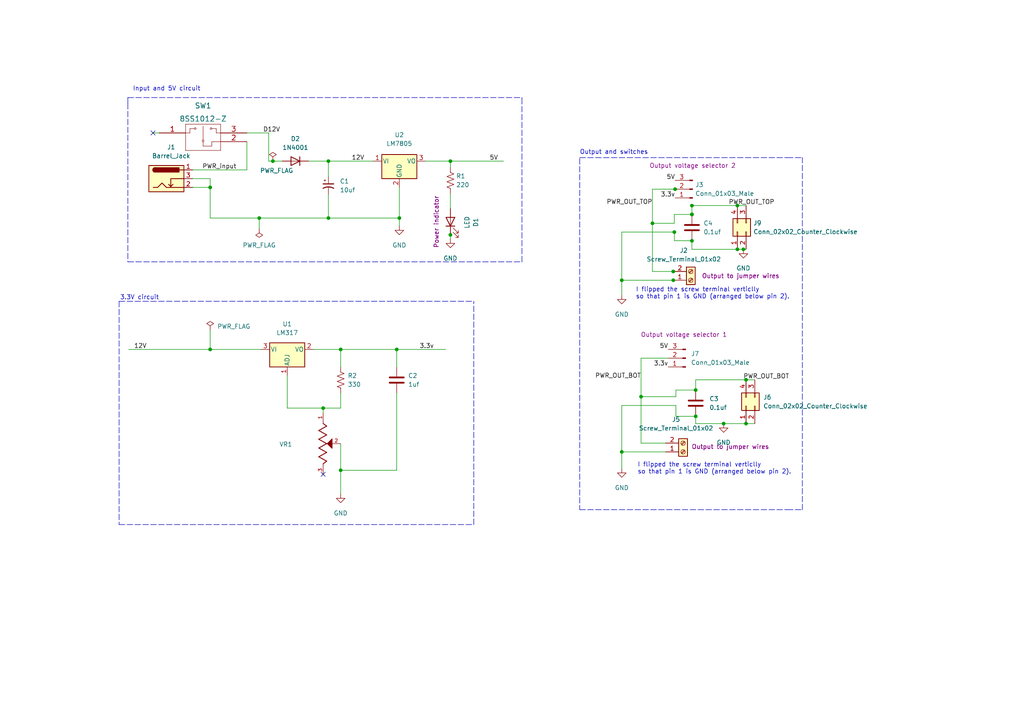
<source format=kicad_sch>
(kicad_sch (version 20211123) (generator eeschema)
  (paper "A4")
  (title_block (title "Learning KiCad with a simple project") (date "2021-12-08") (rev "${design_version}") (company "Tech Explorations"))
  (lib_symbols
    (symbol "3296W-1-102:3296W-1-102" (pin_names (offset 1.016))
      (property "Reference" "VR" (at -5.0871 10.1742 0))
      (property "Value" "3296W-1-102" (at -5.0926 -5.0926 0))
      (symbol "3296W-1-102_0_0"
        (polyline (pts (xy -6.35 0) (xy -5.842 0)) (stroke (width 0.1524)))
        (polyline (pts (xy -5.842 0) (xy -5.08 1.016)) (stroke (width 0.254)))
        (polyline (pts (xy -5.08 1.016) (xy -3.81 -1.27)) (stroke (width 0.254)))
        (polyline (pts (xy -3.81 -1.27) (xy -2.54 1.016)) (stroke (width 0.254)))
        (polyline (pts (xy -2.54 1.016) (xy -1.27 -1.27)) (stroke (width 0.254)))
        (polyline (pts (xy -1.27 -1.27) (xy 0 1.016)) (stroke (width 0.254)))
        (polyline (pts (xy -1.27 2.54) (xy 1.27 2.54)) (stroke (width 0.254)))
        (polyline (pts (xy 0 1.016) (xy 1.27 -1.27)) (stroke (width 0.254)))
        (polyline (pts (xy 0 1.27) (xy -1.27 2.54)) (stroke (width 0.254)))
        (polyline (pts (xy 1.27 -1.27) (xy 2.54 1.016)) (stroke (width 0.254)))
        (polyline (pts (xy 1.27 2.54) (xy 0 1.27)) (stroke (width 0.254)))
        (polyline (pts (xy 2.54 1.016) (xy 3.81 -1.27)) (stroke (width 0.254)))
        (polyline (pts (xy 3.81 -1.27) (xy 5.08 1.016)) (stroke (width 0.254)))
        (polyline (pts (xy 5.842 0) (xy 5.08 1.016)) (stroke (width 0.254)))
        (polyline (pts (xy 5.842 0) (xy 6.35 0)) (stroke (width 0.1524)))
        (polyline (pts (xy -1.27 2.54) (xy 1.27 2.54) (xy 0 1.27) (xy -1.27 2.54)) (stroke (width 0.254)) (fill (type outline)))
        (pin passive line (at -8.89 0 0) (length 2.54) (name "~") (number "1"))
        (pin passive line (at 0 5.08 270) (length 2.54) (name "~") (number "2"))
        (pin passive line (at 8.89 0 180) (length 2.54) (name "~") (number "3"))
      )
    )
    (symbol "8SS1012-Z slide switch:8SS1012-Z" (pin_names (offset 0.254) hide)
      (property "Reference" "SW" (at 12.7 7.62 0))
      (property "Value" "8SS1012-Z" (at 12.7 5.08 0))
      (symbol "8SS1012-Z_1_1"
        (polyline (pts (xy 7.62 -5.08) (xy 17.78 -5.08)) (stroke (width 0.127)))
        (polyline (pts (xy 7.62 0) (xy 8.89 0)) (stroke (width 0.127)))
        (polyline (pts (xy 7.62 2.54) (xy 7.62 -5.08)) (stroke (width 0.127)))
        (polyline (pts (xy 8.89 0) (xy 8.89 1.27)) (stroke (width 0.127)))
        (polyline (pts (xy 8.89 1.27) (xy 10.16 1.27)) (stroke (width 0.127)))
        (polyline (pts (xy 12.7 -3.81) (xy 12.7 -2.54)) (stroke (width 0.127)))
        (polyline (pts (xy 12.7 -2.032) (xy 12.7 2.032)) (stroke (width 0.127)))
        (polyline (pts (xy 15.24 -3.81) (xy 12.7 -3.81)) (stroke (width 0.127)))
        (polyline (pts (xy 15.24 -2.54) (xy 15.24 -3.81)) (stroke (width 0.127)))
        (polyline (pts (xy 15.24 1.27) (xy 16.51 1.27)) (stroke (width 0.127)))
        (polyline (pts (xy 16.51 0) (xy 17.78 0)) (stroke (width 0.127)))
        (polyline (pts (xy 16.51 1.27) (xy 16.51 0)) (stroke (width 0.127)))
        (polyline (pts (xy 17.78 -5.08) (xy 17.78 2.54)) (stroke (width 0.127)))
        (polyline (pts (xy 17.78 -2.54) (xy 15.24 -2.54)) (stroke (width 0.127)))
        (polyline (pts (xy 17.78 2.54) (xy 7.62 2.54)) (stroke (width 0.127)))
        (circle (center 10.414 1.27) (radius 0.254) (stroke (width 0.127)))
        (arc (start 10.668 1.27) (mid 10.16 1.27) (end 10.668 1.27) (stroke (width 0.127)))
        (arc (start 12.7 -2.54) (mid 12.7 -2.032) (end 12.7 -2.54) (stroke (width 0.127)))
        (circle (center 12.7 -2.286) (radius 0.254) (stroke (width 0.127)))
        (circle (center 14.986 1.27) (radius 0.254) (stroke (width 0.127)))
        (arc (start 15.24 1.27) (mid 14.732 1.27) (end 15.24 1.27) (stroke (width 0.127)))
        (pin passive line (at 0 0 0) (length 7.62) (name "1") (number "1"))
        (pin passive line (at 25.4 -2.54 180) (length 7.62) (name "2") (number "2"))
        (pin passive line (at 25.4 0 180) (length 7.62) (name "3") (number "3"))
      )
    )
    (symbol "Conn_02x02_Counter_Clockwise_1" (pin_names (offset 1.016) hide)
      (property "Reference" "J" (at 1.27 2.54 0))
      (property "Value" "Conn_02x02_Counter_Clockwise_1" (at 1.27 -5.08 0))
      (symbol "Conn_02x02_Counter_Clockwise_1_1_1"
        (rectangle (start -1.27 -2.413) (end 0 -2.667) (stroke (width 0.1524)))
        (rectangle (start -1.27 0.127) (end 0 -0.127) (stroke (width 0.1524)))
        (rectangle (start -1.27 1.27) (end 3.81 -3.81) (stroke (width 0.254)) (fill (type background)))
        (rectangle (start 3.81 -2.413) (end 2.54 -2.667) (stroke (width 0.1524)))
        (rectangle (start 3.81 0.127) (end 2.54 -0.127) (stroke (width 0.1524)))
        (pin passive line (at -5.08 0 0) (length 3.81) (name "Pin_1") (number "1"))
        (pin passive line (at -5.08 -2.54 0) (length 3.81) (name "Pin_2") (number "2"))
        (pin passive line (at 7.62 -2.54 180) (length 3.81) (name "Pin_3") (number "3"))
        (pin passive line (at 7.62 0 180) (length 3.81) (name "Pin_4") (number "4"))
      )
    )
    (symbol "Connector:Barrel_Jack_Switch" (pin_names hide)
      (property "Reference" "J" (at 0 5.334 0))
      (property "Value" "Barrel_Jack_Switch" (at 0 -5.08 0))
      (symbol "Barrel_Jack_Switch_0_1"
        (rectangle (start -5.08 3.81) (end 5.08 -3.81) (stroke (width 0.254)) (fill (type background)))
        (arc (start -3.302 3.175) (mid -3.937 2.54) (end -3.302 1.905) (stroke (width 0.254)))
        (arc (start -3.302 3.175) (mid -3.937 2.54) (end -3.302 1.905) (stroke (width 0.254)) (fill (type outline)))
        (polyline (pts (xy 1.27 -2.286) (xy 1.905 -1.651)) (stroke (width 0.254)))
        (polyline (pts (xy 5.08 2.54) (xy 3.81 2.54)) (stroke (width 0.254)))
        (polyline (pts (xy 5.08 0) (xy 1.27 0) (xy 1.27 -2.286) (xy 0.635 -1.651)) (stroke (width 0.254)))
        (polyline (pts (xy -3.81 -2.54) (xy -2.54 -2.54) (xy -1.27 -1.27) (xy 0 -2.54) (xy 2.54 -2.54) (xy 5.08 -2.54)) (stroke (width 0.254)))
        (rectangle (start 3.683 3.175) (end -3.302 1.905) (stroke (width 0.254)) (fill (type outline)))
      )
      (symbol "Barrel_Jack_Switch_1_1"
        (pin passive line (at 7.62 2.54 180) (length 2.54) (name "~") (number "1"))
        (pin passive line (at 7.62 -2.54 180) (length 2.54) (name "~") (number "2"))
        (pin passive line (at 7.62 0 180) (length 2.54) (name "~") (number "3"))
      )
    )
    (symbol "Connector:Conn_01x03_Male" (pin_names (offset 1.016) hide)
      (property "Reference" "J" (at 0 5.08 0))
      (property "Value" "Conn_01x03_Male" (at 0 -5.08 0))
      (symbol "Conn_01x03_Male_1_1"
        (polyline (pts (xy 1.27 -2.54) (xy 0.8636 -2.54)) (stroke (width 0.1524)))
        (polyline (pts (xy 1.27 0) (xy 0.8636 0)) (stroke (width 0.1524)))
        (polyline (pts (xy 1.27 2.54) (xy 0.8636 2.54)) (stroke (width 0.1524)))
        (rectangle (start 0.8636 -2.413) (end 0 -2.667) (stroke (width 0.1524)) (fill (type outline)))
        (rectangle (start 0.8636 0.127) (end 0 -0.127) (stroke (width 0.1524)) (fill (type outline)))
        (rectangle (start 0.8636 2.667) (end 0 2.413) (stroke (width 0.1524)) (fill (type outline)))
        (pin passive line (at 5.08 2.54 180) (length 3.81) (name "Pin_1") (number "1"))
        (pin passive line (at 5.08 0 180) (length 3.81) (name "Pin_2") (number "2"))
        (pin passive line (at 5.08 -2.54 180) (length 3.81) (name "Pin_3") (number "3"))
      )
    )
    (symbol "Connector:Screw_Terminal_01x02" (pin_names (offset 1.016) hide)
      (property "Reference" "J" (at 0 2.54 0))
      (property "Value" "Screw_Terminal_01x02" (at 0 -5.08 0))
      (symbol "Screw_Terminal_01x02_1_1"
        (rectangle (start -1.27 1.27) (end 1.27 -3.81) (stroke (width 0.254)) (fill (type background)))
        (circle (center 0 -2.54) (radius 0.635) (stroke (width 0.1524)))
        (polyline (pts (xy -0.5334 -2.2098) (xy 0.3302 -3.048)) (stroke (width 0.1524)))
        (polyline (pts (xy -0.5334 0.3302) (xy 0.3302 -0.508)) (stroke (width 0.1524)))
        (polyline (pts (xy -0.3556 -2.032) (xy 0.508 -2.8702)) (stroke (width 0.1524)))
        (polyline (pts (xy -0.3556 0.508) (xy 0.508 -0.3302)) (stroke (width 0.1524)))
        (circle (center 0 0) (radius 0.635) (stroke (width 0.1524)))
        (pin passive line (at -5.08 0 0) (length 3.81) (name "Pin_1") (number "1"))
        (pin passive line (at -5.08 -2.54 0) (length 3.81) (name "Pin_2") (number "2"))
      )
    )
    (symbol "Device:C" (pin_numbers hide) (pin_names (offset 0.254))
      (property "Reference" "C" (at 0.635 2.54 0))
      (property "Value" "C" (at 0.635 -2.54 0))
      (symbol "C_0_1"
        (polyline (pts (xy -2.032 -0.762) (xy 2.032 -0.762)) (stroke (width 0.508)))
        (polyline (pts (xy -2.032 0.762) (xy 2.032 0.762)) (stroke (width 0.508)))
      )
      (symbol "C_1_1"
        (pin passive line (at 0 3.81 270) (length 2.794) (name "~") (number "1"))
        (pin passive line (at 0 -3.81 90) (length 2.794) (name "~") (number "2"))
      )
    )
    (symbol "Device:C_Polarized_Small_US" (pin_numbers hide) (pin_names (offset 0.254) hide)
      (property "Reference" "C" (at 0.254 1.778 0))
      (property "Value" "C_Polarized_Small_US" (at 0.254 -2.032 0))
      (symbol "C_Polarized_Small_US_0_1"
        (polyline (pts (xy -1.524 0.508) (xy 1.524 0.508)) (stroke (width 0.3048)))
        (polyline (pts (xy -1.27 1.524) (xy -0.762 1.524)))
        (polyline (pts (xy -1.016 1.27) (xy -1.016 1.778)))
        (arc (start 1.524 -0.762) (mid 0 -0.3734) (end -1.524 -0.762) (stroke (width 0.3048)))
      )
      (symbol "C_Polarized_Small_US_1_1"
        (pin passive line (at 0 2.54 270) (length 2.032) (name "~") (number "1"))
        (pin passive line (at 0 -2.54 90) (length 2.032) (name "~") (number "2"))
      )
    )
    (symbol "Device:LED" (pin_numbers hide) (pin_names (offset 1.016) hide)
      (property "Reference" "D" (at 0 2.54 0))
      (property "Value" "LED" (at 0 -2.54 0))
      (symbol "LED_0_1"
        (polyline (pts (xy -1.27 -1.27) (xy -1.27 1.27)) (stroke (width 0.254)))
        (polyline (pts (xy -1.27 0) (xy 1.27 0)))
        (polyline (pts (xy 1.27 -1.27) (xy 1.27 1.27) (xy -1.27 0) (xy 1.27 -1.27)) (stroke (width 0.254)))
        (polyline (pts (xy -3.048 -0.762) (xy -4.572 -2.286) (xy -3.81 -2.286) (xy -4.572 -2.286) (xy -4.572 -1.524)))
        (polyline (pts (xy -1.778 -0.762) (xy -3.302 -2.286) (xy -2.54 -2.286) (xy -3.302 -2.286) (xy -3.302 -1.524)))
      )
      (symbol "LED_1_1"
        (pin passive line (at -3.81 0 0) (length 2.54) (name "K") (number "1"))
        (pin passive line (at 3.81 0 180) (length 2.54) (name "A") (number "2"))
      )
    )
    (symbol "Device:R_US" (pin_numbers hide) (pin_names (offset 0))
      (property "Reference" "R" (at 2.54 0 90))
      (property "Value" "R_US" (at -2.54 0 90))
      (symbol "R_US_0_1"
        (polyline (pts (xy 0 -2.286) (xy 0 -2.54)))
        (polyline (pts (xy 0 2.286) (xy 0 2.54)))
        (polyline (pts (xy 0 -0.762) (xy 1.016 -1.143) (xy 0 -1.524) (xy -1.016 -1.905) (xy 0 -2.286)))
        (polyline (pts (xy 0 0.762) (xy 1.016 0.381) (xy 0 0) (xy -1.016 -0.381) (xy 0 -0.762)))
        (polyline (pts (xy 0 2.286) (xy 1.016 1.905) (xy 0 1.524) (xy -1.016 1.143) (xy 0 0.762)))
      )
      (symbol "R_US_1_1"
        (pin passive line (at 0 3.81 270) (length 1.27) (name "~") (number "1"))
        (pin passive line (at 0 -3.81 90) (length 1.27) (name "~") (number "2"))
      )
    )
    (symbol "Diode:1N4001" (pin_numbers hide) (pin_names hide)
      (property "Reference" "D" (at 0 2.54 0))
      (property "Value" "1N4001" (at 0 -2.54 0))
      (symbol "1N4001_0_1"
        (polyline (pts (xy -1.27 1.27) (xy -1.27 -1.27)) (stroke (width 0.254)))
        (polyline (pts (xy 1.27 0) (xy -1.27 0)))
        (polyline (pts (xy 1.27 1.27) (xy 1.27 -1.27) (xy -1.27 0) (xy 1.27 1.27)) (stroke (width 0.254)))
      )
      (symbol "1N4001_1_1"
        (pin passive line (at -3.81 0 0) (length 2.54) (name "K") (number "1"))
        (pin passive line (at 3.81 0 180) (length 2.54) (name "A") (number "2"))
      )
    )
    (symbol "Regulator_Linear:LM317_TO-220" (pin_names (offset 0.254))
      (property "Reference" "U" (at -3.81 3.175 0))
      (property "Value" "LM317_TO-220" (at 0 3.175 0))
      (symbol "LM317_TO-220_0_1"
        (rectangle (start -5.08 1.905) (end 5.08 -5.08) (stroke (width 0.254)) (fill (type background)))
      )
      (symbol "LM317_TO-220_1_1"
        (pin input line (at 0 -7.62 90) (length 2.54) (name "ADJ") (number "1"))
        (pin power_out line (at 7.62 0 180) (length 2.54) (name "VO") (number "2"))
        (pin power_in line (at -7.62 0 0) (length 2.54) (name "VI") (number "3"))
      )
    )
    (symbol "Regulator_Linear:LM7805_TO220" (pin_names (offset 0.254))
      (property "Reference" "U" (at -3.81 3.175 0))
      (property "Value" "LM7805_TO220" (at 0 3.175 0))
      (symbol "LM7805_TO220_0_1"
        (rectangle (start -5.08 1.905) (end 5.08 -5.08) (stroke (width 0.254)) (fill (type background)))
      )
      (symbol "LM7805_TO220_1_1"
        (pin power_in line (at -7.62 0 0) (length 2.54) (name "VI") (number "1"))
        (pin power_in line (at 0 -7.62 90) (length 2.54) (name "GND") (number "2"))
        (pin power_out line (at 7.62 0 180) (length 2.54) (name "VO") (number "3"))
      )
    )
    (symbol "power:GND" (power) (pin_names (offset 0))
      (property "Value" "GND" (at 0 -3.81 0))
      (symbol "GND_0_1"
        (polyline (pts (xy 0 0) (xy 0 -1.27) (xy 1.27 -1.27) (xy 0 -2.54) (xy -1.27 -1.27) (xy 0 -1.27)))
      )
      (symbol "GND_1_1"
        (pin power_in line (at 0 0 270) (length 0) hide (name "GND") (number "1"))
      )
    )
    (symbol "power:PWR_FLAG" (power) (pin_numbers hide) (pin_names (offset 0) hide)
      (property "Value" "PWR_FLAG" (at 0 3.81 0))
      (symbol "PWR_FLAG_0_0"
        (pin power_out line (at 0 0 90) (length 0) (name "pwr") (number "1"))
      )
      (symbol "PWR_FLAG_0_1"
        (polyline (pts (xy 0 0) (xy 0 1.27) (xy -1.016 1.905) (xy 0 2.54) (xy 1.016 1.905) (xy 0 1.27)))
      )
    )
  )
  (junction (at 180.34 81.28) (diameter 0.9144))
  (junction (at 130.6322 68.1228))
  (junction (at 79.1464 46.736))
  (junction (at 201.7776 113.1316))
  (junction (at 115.062 101.346) (diameter 0.9144))
  (junction (at 200.6854 69.85))
  (junction (at 216.3826 110.1598))
  (junction (at 115.824 63.246) (diameter 0.9144))
  (junction (at 195.2752 78.74))
  (junction (at 200.6854 59.6392))
  (junction (at 195.2752 81.28))
  (junction (at 189.23 64.77) (diameter 0.9144))
  (junction (at 75.184 63.246) (diameter 0.9144))
  (junction (at 93.726 118.364))
  (junction (at 215.6206 72.3138))
  (junction (at 180.34 131.064) (diameter 0.9144))
  (junction (at 95.25 63.246) (diameter 0.9144))
  (junction (at 130.6322 46.736))
  (junction (at 195.8086 54.864))
  (junction (at 95.25 46.736))
  (junction (at 209.8802 122.8598))
  (junction (at 213.868 59.6138))
  (junction (at 200.6854 62.2046))
  (junction (at 213.868 72.3138))
  (junction (at 201.7776 120.7516))
  (junction (at 216.3826 122.8598))
  (junction (at 60.96 54.356) (diameter 0.9144))
  (junction (at 200.6854 62.1792))
  (junction (at 98.806 136.398))
  (junction (at 185.928 115.062) (diameter 0.9144))
  (junction (at 195.58 67.31))
  (junction (at 98.806 101.346) (diameter 0.9144))
  (junction (at 60.96 101.346) (diameter 0.9144))
  (no_connect (at 44.3738 38.5572))
  (no_connect (at 93.726 137.5664))
  (wire (pts (xy 79.1464 46.736) (xy 81.8642 46.736)))
  (wire (pts (xy 98.806 136.398) (xy 98.806 143.256)))
  (wire (pts (xy 55.88 51.816) (xy 60.96 51.816)))
  (wire (pts (xy 60.96 51.816) (xy 60.96 54.356)))
  (wire (pts (xy 60.96 54.356) (xy 60.96 63.246)))
  (wire (pts (xy 60.96 63.246) (xy 75.184 63.246)))
  (wire (pts (xy 75.184 63.246) (xy 95.25 63.246)))
  (wire (pts (xy 95.25 63.246) (xy 115.824 63.246)))
  (polyline (pts (xy 228.346 147.828) (xy 232.7148 147.828)))
  (wire (pts (xy 93.726 118.364) (xy 98.806 118.364)))
  (wire (pts (xy 95.25 46.736) (xy 95.25 51.308)))
  (wire (pts (xy 195.58 64.77) (xy 195.58 62.2046)))
  (wire (pts (xy 213.868 72.3138) (xy 215.6206 72.3138)))
  (wire (pts (xy 180.34 81.28) (xy 180.34 85.598)))
  (wire (pts (xy 195.326 81.28) (xy 195.2752 81.28)))
  (polyline (pts (xy 37.084 29.9466) (xy 37.084 28.321)))
  (wire (pts (xy 115.062 101.346) (xy 115.062 106.426)))
  (wire (pts (xy 115.062 114.046) (xy 115.062 136.398)))
  (wire (pts (xy 185.928 115.062) (xy 185.928 128.524)))
  (wire (pts (xy 193.04 128.524) (xy 185.928 128.524)))
  (wire (pts (xy 200.6854 59.6392) (xy 200.6854 62.1792)))
  (wire (pts (xy 209.8802 122.8598) (xy 216.3826 122.8598)))
  (wire (pts (xy 90.932 101.346) (xy 98.806 101.346)))
  (wire (pts (xy 98.806 101.346) (xy 115.062 101.346)))
  (wire (pts (xy 115.062 101.346) (xy 129.286 101.346)))
  (wire (pts (xy 196.0372 117.602) (xy 196.0372 120.7516)))
  (polyline (pts (xy 228.346 45.72) (xy 232.7148 45.72)))
  (wire (pts (xy 60.96 95.758) (xy 60.96 101.346)))
  (wire (pts (xy 196.0372 115.062) (xy 196.0372 113.1316)))
  (wire (pts (xy 89.4842 46.736) (xy 95.25 46.736)))
  (wire (pts (xy 201.7776 122.8598) (xy 201.7776 120.7516)))
  (wire (pts (xy 185.928 103.886) (xy 185.928 115.062)))
  (wire (pts (xy 193.802 103.886) (xy 185.928 103.886)))
  (wire (pts (xy 75.184 63.246) (xy 75.184 66.294)))
  (wire (pts (xy 213.868 59.6138) (xy 200.6854 59.6138)))
  (wire (pts (xy 130.6322 68.0974) (xy 130.6322 68.1228)))
  (wire (pts (xy 130.6322 56.1594) (xy 130.6322 60.5028)))
  (polyline (pts (xy 168.148 45.72) (xy 228.346 45.72)) (stroke (width 0) (type dash)))
  (polyline (pts (xy 168.148 45.974) (xy 168.148 147.828)) (stroke (width 0) (type dash)))
  (polyline (pts (xy 168.148 147.828) (xy 228.346 147.828)) (stroke (width 0) (type dash)))
  (polyline (pts (xy 232.7148 147.8788) (xy 232.7148 45.7708)) (stroke (width 0) (type dash)))
  (wire (pts (xy 55.88 54.356) (xy 60.96 54.356)))
  (wire (pts (xy 196.0372 120.7516) (xy 201.7776 120.7516)))
  (wire (pts (xy 195.2752 81.28) (xy 180.34 81.28)))
  (wire (pts (xy 71.6026 38.5572) (xy 77.9272 38.5572)))
  (wire (pts (xy 180.34 117.602) (xy 180.34 131.064)))
  (wire (pts (xy 180.34 131.064) (xy 180.34 135.89)))
  (wire (pts (xy 193.04 131.064) (xy 180.34 131.064)))
  (wire (pts (xy 83.312 108.966) (xy 83.312 118.364)))
  (polyline (pts (xy 37.084 29.972) (xy 37.084 75.946)) (stroke (width 0) (type dash)))
  (polyline (pts (xy 37.084 28.2956) (xy 151.384 28.2956)) (stroke (width 0) (type dash)))
  (polyline (pts (xy 37.084 75.946) (xy 151.384 75.946)) (stroke (width 0) (type dash)))
  (polyline (pts (xy 151.384 75.946) (xy 151.384 29.972)) (stroke (width 0) (type dash)))
  (wire (pts (xy 195.6054 69.8246) (xy 200.6854 69.8246)))
  (wire (pts (xy 115.824 54.356) (xy 115.824 63.246)))
  (wire (pts (xy 115.824 63.246) (xy 115.824 65.532)))
  (wire (pts (xy 201.7776 110.1598) (xy 201.7776 113.1316)))
  (wire (pts (xy 98.806 136.398) (xy 115.062 136.398)))
  (wire (pts (xy 130.6322 46.736) (xy 146.05 46.736)))
  (wire (pts (xy 195.6054 69.8246) (xy 195.6054 67.31)))
  (wire (pts (xy 77.9272 38.5572) (xy 77.9272 46.736)))
  (wire (pts (xy 200.6854 59.6138) (xy 200.6854 59.6392)))
  (wire (pts (xy 77.9272 46.736) (xy 79.1464 46.736)))
  (wire (pts (xy 71.6026 49.276) (xy 71.6026 41.0972)))
  (wire (pts (xy 195.6054 67.31) (xy 195.58 67.31)))
  (wire (pts (xy 189.23 54.864) (xy 189.23 64.77)))
  (wire (pts (xy 195.834 54.864) (xy 195.8086 54.864)))
  (wire (pts (xy 196.0372 113.1316) (xy 201.7776 113.1316)))
  (wire (pts (xy 195.2752 78.74) (xy 195.326 78.74)))
  (wire (pts (xy 95.25 46.736) (xy 108.204 46.736)))
  (polyline (pts (xy 37.084 28.321) (xy 37.1094 28.321)))
  (wire (pts (xy 189.23 64.77) (xy 189.23 78.74)))
  (wire (pts (xy 189.23 78.74) (xy 195.2752 78.74)))
  (wire (pts (xy 195.58 64.77) (xy 189.23 64.77)))
  (polyline (pts (xy 151.384 28.2956) (xy 151.384 29.9212)))
  (wire (pts (xy 44.3738 38.5572) (xy 46.2026 38.5572)))
  (wire (pts (xy 185.928 115.062) (xy 196.0372 115.062)))
  (wire (pts (xy 98.806 114.046) (xy 98.806 118.364)))
  (wire (pts (xy 98.806 128.6764) (xy 98.806 136.398)))
  (wire (pts (xy 93.726 118.364) (xy 93.726 119.7864)))
  (wire (pts (xy 215.6206 72.3138) (xy 216.408 72.3138)))
  (wire (pts (xy 216.3826 110.1598) (xy 218.9226 110.1598)))
  (wire (pts (xy 95.25 56.388) (xy 95.25 63.246)))
  (wire (pts (xy 83.312 118.364) (xy 93.726 118.364)))
  (wire (pts (xy 209.8802 122.8598) (xy 201.7776 122.8598)))
  (wire (pts (xy 180.34 117.602) (xy 196.0372 117.602)))
  (wire (pts (xy 213.868 72.3138) (xy 200.6854 72.3138)))
  (polyline (pts (xy 34.544 87.376) (xy 34.544 152.146)) (stroke (width 0) (type dash)))
  (polyline (pts (xy 34.544 87.376) (xy 137.414 87.376)) (stroke (width 0) (type dash)))
  (polyline (pts (xy 34.544 152.146) (xy 137.414 152.146)) (stroke (width 0) (type dash)))
  (polyline (pts (xy 137.414 152.146) (xy 137.414 87.376)) (stroke (width 0) (type dash)))
  (wire (pts (xy 55.88 49.276) (xy 71.6026 49.276)))
  (wire (pts (xy 180.34 67.31) (xy 180.34 81.28)))
  (wire (pts (xy 195.58 67.31) (xy 180.34 67.31)))
  (wire (pts (xy 123.444 46.736) (xy 130.6322 46.736)))
  (wire (pts (xy 216.3826 122.8598) (xy 218.9226 122.8598)))
  (wire (pts (xy 98.806 101.346) (xy 98.806 106.426)))
  (wire (pts (xy 200.6854 72.3138) (xy 200.6854 69.85)))
  (wire (pts (xy 195.8086 54.864) (xy 189.23 54.864)))
  (polyline (pts (xy 232.7148 45.72) (xy 232.7148 45.8216)))
  (wire (pts (xy 130.6322 46.736) (xy 130.6322 48.5394)))
  (wire (pts (xy 195.58 62.2046) (xy 200.6854 62.2046)))
  (wire (pts (xy 130.6322 68.1228) (xy 130.6322 69.3166)))
  (wire (pts (xy 201.7776 110.1598) (xy 216.3826 110.1598)))
  (wire (pts (xy 37.338 101.346) (xy 60.96 101.346)))
  (wire (pts (xy 60.96 101.346) (xy 75.692 101.346)))
  (wire (pts (xy 213.868 59.6138) (xy 216.408 59.6138)))
  (text "Output and switches" (at 168.148 44.958 0) (effects (font (size 1.27 1.27)) (justify left bottom)))
  (text "I flipped the screw terminal verticlly \nso that pin 1 is GND (arranged below pin 2)." (at 184.404 86.868 0) (effects (font (size 1.27 1.27)) (justify left bottom)))
  (text "Input and 5V circuit" (at 38.5064 26.5684 0) (effects (font (size 1.27 1.27)) (justify left bottom)))
  (text "I flipped the screw terminal verticlly \nso that pin 1 is GND (arranged below pin 2)." (at 184.912 137.668 0) (effects (font (size 1.27 1.27)) (justify left bottom)))
  (text "3.3V circuit" (at 34.798 87.122 0) (effects (font (size 1.27 1.27)) (justify left bottom)))
  (label "PWR_OUT_BOT" (at 215.5952 110.1598 0))
  (label "D12V" (at 76.3016 38.5572 0))
  (label "5V" (at 193.802 101.346 180))
  (label "PWR_OUT_TOP" (at 211.328 59.6138 0))
  (label "5V" (at 195.8086 52.324 180))
  (label "PWR_input" (at 58.674 49.276 0))
  (label "3.3v" (at 121.666 101.346 0))
  (label "PWR_OUT_BOT" (at 185.928 109.982 180))
  (label "12V" (at 101.981 46.736 0))
  (label "5V" (at 141.986 46.736 0))
  (label "12V" (at 38.862 101.346 0))
  (label "3.3v" (at 195.8086 57.404 180))
  (label "3.3v" (at 193.802 106.426 180))
  (label "PWR_OUT_TOP" (at 189.23 59.563 180))
  (symbol (lib_id "Device:C") (at 201.7776 116.9416 0) (unit 1)
    (property "Reference" "C3" (at 205.74 115.6715 0) (effects (justify left)))
    (property "Value" "0.1uf" (at 205.74 118.2115 0) (effects (justify left)))
    (property "Footprint" "Capacitor_THT:C_Disc_D3.0mm_W1.6mm_P2.50mm" (effects hide))
  )
  (symbol (lib_id "power:PWR_FLAG") (at 75.184 66.294 180) (unit 1)
    (property "Reference" "#FLG02" (effects hide))
    (property "Value" "PWR_FLAG" (at 75.184 71.12 0))
  )
  (symbol (lib_name "Conn_02x02_Counter_Clockwise_1") (lib_id "Connector_Generic:Conn_02x02_Counter_Clockwise") (at 216.3826 117.7798 90) (unit 1)
    (property "Reference" "J6" (at 221.361 115.2397 90) (effects (justify right)))
    (property "Value" "Conn_02x02_Counter_Clockwise" (at 221.361 117.7797 90) (effects (justify right)))
    (property "Footprint" "Connector_PinHeader_2.54mm:PinHeader_2x02_P2.54mm_Vertical" (effects hide))
  )
  (symbol (lib_id "power:GND") (at 130.6322 69.3166 0) (unit 1)
    (property "Reference" "#PWR0103" (effects hide))
    (property "Value" "GND" (at 130.6322 74.93 0))
  )
  (symbol (lib_id "power:GND") (at 209.8802 122.8598 0) (unit 1)
    (property "Reference" "#PWR0101" (effects hide))
    (property "Value" "GND" (at 209.8802 128.3462 0))
  )
  (symbol (lib_name "Conn_02x02_Counter_Clockwise_1") (lib_id "Connector_Generic:Conn_02x02_Counter_Clockwise") (at 213.868 67.2338 90) (unit 1)
    (property "Reference" "J9" (at 218.4908 64.6937 90) (effects (justify right)))
    (property "Value" "Conn_02x02_Counter_Clockwise" (at 218.4908 67.2337 90) (effects (justify right)))
    (property "Footprint" "Connector_PinHeader_2.54mm:PinHeader_2x02_P2.54mm_Vertical" (effects hide))
  )
  (symbol (lib_id "Device:LED") (at 130.6322 64.3128 90) (unit 1)
    (property "Reference" "D1" (at 137.9982 64.5033 0))
    (property "Value" "LED" (at 135.4582 64.5033 0))
    (property "Footprint" "LED_THT:LED_D5.0mm" (effects hide))
    (property "Purpose" "Power indicator" (at 126.5682 64.3128 0))
  )
  (symbol (lib_id "Device:R_US") (at 130.6322 52.3494 0) (unit 1)
    (property "Reference" "R1" (at 132.2832 51.0793 0) (effects (justify left)))
    (property "Value" "220" (at 132.2832 53.6193 0) (effects (justify left)))
    (property "Footprint" "Resistor_THT:R_Axial_DIN0207_L6.3mm_D2.5mm_P10.16mm_Horizontal" (effects hide))
  )
  (symbol (lib_id "power:GND") (at 180.34 135.89 0) (unit 1)
    (property "Reference" "#PWR04" (effects hide))
    (property "Value" "GND" (at 180.34 141.478 0))
  )
  (symbol (lib_id "Device:C") (at 200.6854 66.0146 180) (unit 1)
    (property "Reference" "C4" (at 204.0382 64.7445 0) (effects (justify right)))
    (property "Value" "0.1uf" (at 204.0382 67.2845 0) (effects (justify right)))
    (property "Footprint" "Capacitor_THT:C_Disc_D3.0mm_W1.6mm_P2.50mm" (effects hide))
  )
  (symbol (lib_id "Connector:Screw_Terminal_01x02") (at 200.3552 81.28 0) (mirror x) (unit 1)
    (property "Reference" "J2" (at 198.3232 72.644 0))
    (property "Value" "Screw_Terminal_01x02" (at 198.3232 75.184 0))
    (property "Footprint" "TerminalBlock:TerminalBlock_bornier-2_P5.08mm" (effects hide))
    (property "Purpose" "Output to jumper wires" (at 214.8332 80.01 0))
  )
  (symbol (lib_id "Connector:Conn_01x03_Male") (at 200.8886 54.864 180) (unit 1)
    (property "Reference" "J3" (at 201.6506 53.5939 0) (effects (justify right)))
    (property "Value" "Conn_01x03_Male" (at 201.6506 56.1339 0) (effects (justify right)))
    (property "Footprint" "Connector_PinHeader_2.54mm:PinHeader_1x03_P2.54mm_Vertical" (effects hide))
    (property "Purpose" "Output voltage selector 2" (at 200.8886 48.006 0))
  )
  (symbol (lib_id "Device:R_US") (at 98.806 110.236 180) (unit 1)
    (property "Reference" "R2" (at 100.838 108.9659 0) (effects (justify right)))
    (property "Value" "330" (at 100.838 111.5059 0) (effects (justify right)))
    (property "Footprint" "Resistor_THT:R_Axial_DIN0207_L6.3mm_D2.5mm_P10.16mm_Horizontal" (effects hide))
  )
  (symbol (lib_id "Diode:1N4001") (at 85.6742 46.736 180) (unit 1)
    (property "Reference" "D2" (at 85.6742 40.259 0))
    (property "Value" "1N4001" (at 85.6742 42.799 0))
    (property "Footprint" "Diode_THT:D_DO-41_SOD81_P10.16mm_Horizontal" (effects hide))
    (property "Datasheet" "http://www.vishay.com/docs/88503/1n4001.pdf" (effects hide))
  )
  (symbol (lib_id "3296W-1-102:3296W-1-102") (at 93.726 128.6764 270) (unit 1)
    (property "Reference" "VR1" (at 84.7852 128.8796 90) (effects (justify right)))
    (property "Value" "3296W-1-102" (effects hide))
    (property "Footprint" "3296W-1-102:TRIM_3296W-1-102" (effects hide))
    (property "PARTREV" "05/16" (effects hide))
    (property "MANUFACTURER" "Bourns" (effects hide))
    (property "STANDARD" "Manufacturer Recommendation" (effects hide))
  )
  (symbol (lib_id "power:GND") (at 180.34 85.598 0) (unit 1)
    (property "Reference" "#PWR03" (effects hide))
    (property "Value" "GND" (at 180.34 91.186 0))
  )
  (symbol (lib_id "Connector:Barrel_Jack_Switch") (at 48.26 51.816 0) (unit 1)
    (property "Reference" "J1" (at 49.657 42.672 0))
    (property "Value" "Barrel_Jack" (at 49.657 45.212 0))
    (property "Footprint" "Connector_BarrelJack:BarrelJack_Horizontal" (effects hide))
  )
  (symbol (lib_id "Regulator_Linear:LM317_TO-220") (at 83.312 101.346 0) (unit 1)
    (property "Reference" "U1" (at 83.312 93.98 0))
    (property "Value" "LM317" (at 83.312 96.52 0))
    (property "Footprint" "Package_TO_SOT_THT:TO-220-3_Vertical" (effects hide))
    (property "Datasheet" "http://www.ti.com/lit/ds/symlink/lm317.pdf" (effects hide))
  )
  (symbol (lib_id "8SS1012-Z slide switch:8SS1012-Z") (at 46.2026 38.5572 0) (unit 1)
    (property "Reference" "SW1" (at 58.9026 30.6578 0) (effects (font (size 1.524 1.524))))
    (property "Value" "8SS1012-Z" (at 58.9026 34.4678 0) (effects (font (size 1.524 1.524))))
    (property "Footprint" "8SS1012_NDC" (effects hide))
  )
  (symbol (lib_id "power:GND") (at 215.6206 72.3138 0) (unit 1)
    (property "Reference" "#PWR0102" (effects hide))
    (property "Value" "GND" (at 215.6206 77.8002 0))
  )
  (symbol (lib_id "power:PWR_FLAG") (at 60.96 95.758 0) (unit 1)
    (property "Reference" "#FLG01" (effects hide))
    (property "Value" "PWR_FLAG" (at 62.992 94.6784 0) (effects (justify left)))
  )
  (symbol (lib_id "power:GND") (at 98.806 143.256 0) (unit 1)
    (property "Reference" "#PWR01" (effects hide))
    (property "Value" "GND" (at 98.806 148.844 0))
  )
  (symbol (lib_id "Device:C") (at 115.062 110.236 0) (unit 1)
    (property "Reference" "C2" (at 118.364 108.9659 0) (effects (justify left)))
    (property "Value" "1uf" (at 118.364 111.5059 0) (effects (justify left)))
    (property "Footprint" "Capacitor_THT:C_Disc_D3.0mm_W1.6mm_P2.50mm" (effects hide))
  )
  (symbol (lib_id "power:PWR_FLAG") (at 79.1464 46.736 0) (unit 1)
    (property "Reference" "#FLG0101" (effects hide))
    (property "Value" "PWR_FLAG" (at 80.2386 49.4792 0))
  )
  (symbol (lib_id "Connector:Screw_Terminal_01x02") (at 198.12 131.064 0) (mirror x) (unit 1)
    (property "Reference" "J5" (at 196.088 121.666 0))
    (property "Value" "Screw_Terminal_01x02" (at 196.088 124.206 0))
    (property "Footprint" "TerminalBlock:TerminalBlock_bornier-2_P5.08mm" (effects hide))
    (property "Purpose" "Output to jumper wires" (at 211.836 129.54 0))
  )
  (symbol (lib_id "power:GND") (at 115.824 65.532 0) (unit 1)
    (property "Reference" "#PWR02" (effects hide))
    (property "Value" "GND" (at 115.824 71.12 0))
  )
  (symbol (lib_id "Connector:Conn_01x03_Male") (at 198.882 103.886 180) (unit 1)
    (property "Reference" "J7" (at 200.406 102.6159 0) (effects (justify right)))
    (property "Value" "Conn_01x03_Male" (at 200.406 105.1559 0) (effects (justify right)))
    (property "Footprint" "Connector_PinHeader_2.54mm:PinHeader_1x03_P2.54mm_Vertical" (effects hide))
    (property "Purpose" "Output voltage selector 1" (at 198.374 97.028 0))
  )
  (symbol (lib_id "Device:C_Polarized_Small_US") (at 95.25 53.848 0) (unit 1)
    (property "Reference" "C1" (at 98.552 52.5779 0) (effects (justify left)))
    (property "Value" "10uf" (at 98.552 55.1179 0) (effects (justify left)))
    (property "Footprint" "Capacitor_THT:CP_Radial_D5.0mm_P2.50mm" (effects hide))
  )
  (symbol (lib_id "Regulator_Linear:LM7805_TO220") (at 115.824 46.736 0) (unit 1)
    (property "Reference" "U2" (at 115.824 39.116 0))
    (property "Value" "LM7805" (at 115.824 41.656 0))
    (property "Footprint" "Package_TO_SOT_THT:TO-220-3_Vertical" (effects hide))
    (property "Datasheet" "https://www.onsemi.cn/PowerSolutions/document/MC7800-D.PDF" (effects hide))
  )
)
</source>
